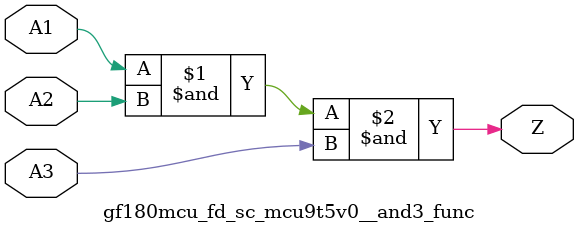
<source format=v>

`ifndef GF180MCU_FD_SC_MCU9T5V0__AND3_FUNC_V
`define GF180MCU_FD_SC_MCU9T5V0__AND3_FUNC_V

`ifdef USE_POWER_PINS
module gf180mcu_fd_sc_mcu9t5v0__and3_func( A3, A1, A2, Z, VDD, VSS );
inout VDD, VSS;
`else // If not USE_POWER_PINS
module gf180mcu_fd_sc_mcu9t5v0__and3_func( A3, A1, A2, Z );
`endif // If not USE_POWER_PINS
input A1, A2, A3;
output Z;

	and MGM_BG_0( Z, A1, A2, A3 );

endmodule
`endif // GF180MCU_FD_SC_MCU9T5V0__AND3_FUNC_V

</source>
